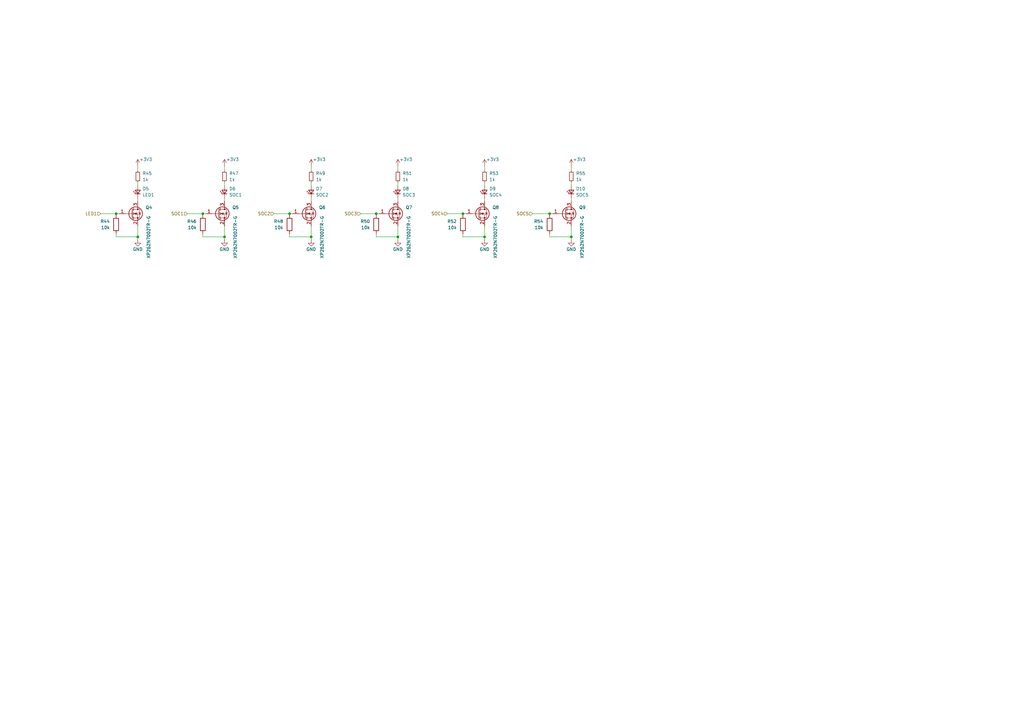
<source format=kicad_sch>
(kicad_sch (version 20231120) (generator "eeschema") (generator_version "8.0")
  (paper "A3")
  (title_block (date "2025-03-08") (rev "1.1.0"))
  (lib_symbols
    (symbol "Device:LED_Small" (pin_numbers hide) (pin_names (offset 0.254) hide)
      (property "Reference" "D" (at -1.27 3.175 0))
      (property "Value" "LED_Small" (at -4.445 -2.54 0))
      (symbol "LED_Small_0_1"
        (polyline (pts (xy -0.762 -1.016) (xy -0.762 1.016)) (stroke (width 0.254)))
        (polyline (pts (xy 1.016 0) (xy -0.762 0)))
        (polyline (pts (xy 0.762 -1.016) (xy -0.762 0) (xy 0.762 1.016) (xy 0.762 -1.016)) (stroke (width 0.254)))
        (polyline (pts (xy 0 0.762) (xy -0.508 1.27) (xy -0.254 1.27) (xy -0.508 1.27) (xy -0.508 1.016)))
        (polyline (pts (xy 0.508 1.27) (xy 0 1.778) (xy 0.254 1.778) (xy 0 1.778) (xy 0 1.524)))
      )
      (symbol "LED_Small_1_1"
        (pin passive line (at -2.54 0 0) (length 1.778) (name "K") (number "1"))
        (pin passive line (at 2.54 0 180) (length 1.778) (name "A") (number "2"))
      )
    )
    (symbol "Device:Q_NMOS_GSD" (pin_names (offset 0) hide)
      (property "Reference" "Q" (at 5.08 1.27 0))
      (property "Value" "Q_NMOS_GSD" (at 5.08 -1.27 0))
      (symbol "Q_NMOS_GSD_0_1"
        (polyline (pts (xy 0.254 0) (xy -2.54 0)))
        (polyline (pts (xy 0.254 1.905) (xy 0.254 -1.905)) (stroke (width 0.254)))
        (polyline (pts (xy 0.762 -1.27) (xy 0.762 -2.286)) (stroke (width 0.254)))
        (polyline (pts (xy 0.762 0.508) (xy 0.762 -0.508)) (stroke (width 0.254)))
        (polyline (pts (xy 0.762 2.286) (xy 0.762 1.27)) (stroke (width 0.254)))
        (polyline (pts (xy 2.54 2.54) (xy 2.54 1.778)))
        (polyline (pts (xy 2.54 -2.54) (xy 2.54 0) (xy 0.762 0)))
        (polyline (pts (xy 0.762 -1.778) (xy 3.302 -1.778) (xy 3.302 1.778) (xy 0.762 1.778)))
        (polyline (pts (xy 1.016 0) (xy 2.032 0.381) (xy 2.032 -0.381) (xy 1.016 0)) (fill (type outline)))
        (polyline (pts (xy 2.794 0.508) (xy 2.921 0.381) (xy 3.683 0.381) (xy 3.81 0.254)))
        (polyline (pts (xy 3.302 0.381) (xy 2.921 -0.254) (xy 3.683 -0.254) (xy 3.302 0.381)))
        (circle (center 1.651 0) (radius 2.794) (stroke (width 0.254)))
        (circle (center 2.54 -1.778) (radius 0.254) (fill (type outline)))
        (circle (center 2.54 1.778) (radius 0.254) (fill (type outline)))
      )
      (symbol "Q_NMOS_GSD_1_1"
        (pin input line (at -5.08 0 0) (length 2.54) (name "G") (number "1"))
        (pin passive line (at 2.54 -5.08 90) (length 2.54) (name "S") (number "2"))
        (pin passive line (at 2.54 5.08 270) (length 2.54) (name "D") (number "3"))
      )
    )
    (symbol "Device:R" (pin_numbers hide) (pin_names (offset 0))
      (property "Reference" "R" (at 2.032 0 90))
      (property "Value" "R" (at 0 0 90))
      (symbol "R_0_1"
        (rectangle (start -1.016 -2.54) (end 1.016 2.54) (stroke (width 0.254)))
      )
      (symbol "R_1_1"
        (pin passive line (at 0 3.81 270) (length 1.27) (name "~") (number "1"))
        (pin passive line (at 0 -3.81 90) (length 1.27) (name "~") (number "2"))
      )
    )
    (symbol "Device:R_Small" (pin_numbers hide) (pin_names (offset 0.254) hide)
      (property "Reference" "R" (at 0.762 0.508 0))
      (property "Value" "R_Small" (at 0.762 -1.016 0))
      (symbol "R_Small_0_1"
        (rectangle (start -0.762 1.778) (end 0.762 -1.778) (stroke (width 0.2032)))
      )
      (symbol "R_Small_1_1"
        (pin passive line (at 0 2.54 270) (length 0.762) (name "~") (number "1"))
        (pin passive line (at 0 -2.54 90) (length 0.762) (name "~") (number "2"))
      )
    )
    (symbol "power:+3.3V" (power) (pin_numbers hide) (pin_names (offset 0) hide)
      (property "Value" "+3.3V" (at 0 3.556 0))
      (symbol "+3.3V_0_1"
        (polyline (pts (xy -0.762 1.27) (xy 0 2.54)))
        (polyline (pts (xy 0 0) (xy 0 2.54)))
        (polyline (pts (xy 0 2.54) (xy 0.762 1.27)))
      )
      (symbol "+3.3V_1_1"
        (pin power_in line (at 0 0 90) (length 0) (name "~") (number "1"))
      )
    )
    (symbol "power:GND" (power) (pin_numbers hide) (pin_names (offset 0) hide)
      (property "Value" "GND" (at 0 -3.81 0))
      (symbol "GND_0_1"
        (polyline (pts (xy 0 0) (xy 0 -1.27) (xy 1.27 -1.27) (xy 0 -2.54) (xy -1.27 -1.27) (xy 0 -1.27)))
      )
      (symbol "GND_1_1"
        (pin power_in line (at 0 0 270) (length 0) (name "~") (number "1"))
      )
    )
  )
  (junction (at 92.075 97.155))
  (junction (at 56.515 97.155))
  (junction (at 118.745 87.63))
  (junction (at 189.865 87.63))
  (junction (at 127.635 97.155))
  (junction (at 154.305 87.63))
  (junction (at 234.315 97.155))
  (junction (at 47.625 87.63))
  (junction (at 198.755 97.155))
  (junction (at 83.185 87.63))
  (junction (at 163.195 97.155))
  (junction (at 225.425 87.63))
  (wire (pts (xy 47.625 95.885) (xy 47.625 97.155)))
  (wire (pts (xy 163.195 92.71) (xy 163.195 97.155)))
  (wire (pts (xy 127.635 74.93) (xy 127.635 76.2)))
  (wire (pts (xy 183.515 87.63) (xy 189.865 87.63)))
  (wire (pts (xy 225.425 87.63) (xy 226.695 87.63)))
  (wire (pts (xy 47.625 88.265) (xy 47.625 87.63)))
  (wire (pts (xy 118.745 97.155) (xy 127.635 97.155)))
  (wire (pts (xy 127.635 92.71) (xy 127.635 97.155)))
  (wire (pts (xy 92.075 97.155) (xy 92.075 98.425)))
  (wire (pts (xy 47.625 97.155) (xy 56.515 97.155)))
  (wire (pts (xy 41.275 87.63) (xy 47.625 87.63)))
  (wire (pts (xy 163.195 67.945) (xy 163.195 69.85)))
  (wire (pts (xy 127.635 97.155) (xy 127.635 98.425)))
  (wire (pts (xy 83.185 97.155) (xy 92.075 97.155)))
  (wire (pts (xy 189.865 88.265) (xy 189.865 87.63)))
  (wire (pts (xy 198.755 81.28) (xy 198.755 82.55)))
  (wire (pts (xy 189.865 97.155) (xy 198.755 97.155)))
  (wire (pts (xy 147.955 87.63) (xy 154.305 87.63)))
  (wire (pts (xy 76.835 87.63) (xy 83.185 87.63)))
  (wire (pts (xy 118.745 88.265) (xy 118.745 87.63)))
  (wire (pts (xy 92.075 92.71) (xy 92.075 97.155)))
  (wire (pts (xy 127.635 67.945) (xy 127.635 69.85)))
  (wire (pts (xy 83.185 95.885) (xy 83.185 97.155)))
  (wire (pts (xy 56.515 92.71) (xy 56.515 97.155)))
  (wire (pts (xy 127.635 81.28) (xy 127.635 82.55)))
  (wire (pts (xy 154.305 97.155) (xy 163.195 97.155)))
  (wire (pts (xy 56.515 97.155) (xy 56.515 98.425)))
  (wire (pts (xy 163.195 97.155) (xy 163.195 98.425)))
  (wire (pts (xy 189.865 95.885) (xy 189.865 97.155)))
  (wire (pts (xy 83.185 88.265) (xy 83.185 87.63)))
  (wire (pts (xy 234.315 81.28) (xy 234.315 82.55)))
  (wire (pts (xy 56.515 67.945) (xy 56.515 69.85)))
  (wire (pts (xy 83.185 87.63) (xy 84.455 87.63)))
  (wire (pts (xy 92.075 81.28) (xy 92.075 82.55)))
  (wire (pts (xy 154.305 95.885) (xy 154.305 97.155)))
  (wire (pts (xy 198.755 74.93) (xy 198.755 76.2)))
  (wire (pts (xy 56.515 74.93) (xy 56.515 76.2)))
  (wire (pts (xy 234.315 97.155) (xy 234.315 98.425)))
  (wire (pts (xy 218.44 87.63) (xy 225.425 87.63)))
  (wire (pts (xy 118.745 87.63) (xy 120.015 87.63)))
  (wire (pts (xy 92.075 74.93) (xy 92.075 76.2)))
  (wire (pts (xy 198.755 67.945) (xy 198.755 69.85)))
  (wire (pts (xy 47.625 87.63) (xy 48.895 87.63)))
  (wire (pts (xy 56.515 81.28) (xy 56.515 82.55)))
  (wire (pts (xy 163.195 74.93) (xy 163.195 76.2)))
  (wire (pts (xy 225.425 97.155) (xy 234.315 97.155)))
  (wire (pts (xy 234.315 67.945) (xy 234.315 69.85)))
  (wire (pts (xy 92.075 67.945) (xy 92.075 69.85)))
  (wire (pts (xy 189.865 87.63) (xy 191.135 87.63)))
  (wire (pts (xy 198.755 92.71) (xy 198.755 97.155)))
  (wire (pts (xy 154.305 88.265) (xy 154.305 87.63)))
  (wire (pts (xy 225.425 95.885) (xy 225.425 97.155)))
  (wire (pts (xy 225.425 88.265) (xy 225.425 87.63)))
  (wire (pts (xy 118.745 95.885) (xy 118.745 97.155)))
  (wire (pts (xy 234.315 74.93) (xy 234.315 76.2)))
  (wire (pts (xy 154.305 87.63) (xy 155.575 87.63)))
  (wire (pts (xy 198.755 97.155) (xy 198.755 98.425)))
  (wire (pts (xy 234.315 92.71) (xy 234.315 97.155)))
  (wire (pts (xy 163.195 81.28) (xy 163.195 82.55)))
  (wire (pts (xy 112.395 87.63) (xy 118.745 87.63)))
  (hierarchical_label "SOC2" (shape input) (at 112.395 87.63 180))
  (hierarchical_label "SOC5" (shape input) (at 218.44 87.63 180))
  (hierarchical_label "SOC1" (shape input) (at 76.835 87.63 180))
  (hierarchical_label "SOC3" (shape input) (at 147.955 87.63 180))
  (hierarchical_label "SOC4" (shape input) (at 183.515 87.63 180))
  (hierarchical_label "LED1" (shape input) (at 41.275 87.63 180))
  (symbol (lib_id "Device:R") (at 118.745 92.075 0) (mirror y) (unit 1)
    (property "Reference" "R48" (at 116.205 90.805 0) (effects (justify left)))
    (property "Value" "10k" (at 116.205 93.345 0) (effects (justify left)))
    (property "Footprint" "Resistor_SMD:R_0603_1608Metric" (effects (hide yes)))
    (property "Description" "Resistor" (effects (hide yes)))
  )
  (symbol (lib_id "Device:Q_NMOS_GSD") (at 53.975 87.63 0) (unit 1)
    (property "Reference" "Q4" (at 59.69 85.09 0) (effects (justify left)))
    (property "Value" "XP262N7002TR-G" (at 60.96 106.045 90) (effects (justify left)))
    (property "Footprint" "Package_TO_SOT_SMD:SOT-23" (effects (hide yes)))
    (property "Description" "N-MOSFET transistor, gate/source/drain" (effects (hide yes)))
    (property "Order Code" "865-XP262N7002TR-G" (effects (hide yes)))
    (property "Supplier" "Mouser" (effects (hide yes)))
  )
  (symbol (lib_id "power:+3.3V") (at 92.075 67.945 0) (unit 1)
    (property "Reference" "#PWR043" (effects (hide yes)))
    (property "Value" "+3V3" (at 92.71 65.405 0) (effects (justify left)))
    (property "Description" "Power symbol creates a global label with name \"+3.3V\"" (effects (hide yes)))
  )
  (symbol (lib_id "Device:R_Small") (at 92.075 72.39 0) (unit 1)
    (property "Reference" "R47" (at 93.98 71.1199 0) (effects (justify left)))
    (property "Value" "1k" (at 93.98 73.6599 0) (effects (justify left)))
    (property "Footprint" "Resistor_SMD:R_0603_1608Metric" (effects (hide yes)))
    (property "Description" "Resistor, small symbol" (effects (hide yes)))
  )
  (symbol (lib_id "Device:LED_Small") (at 163.195 78.74 90) (unit 1)
    (property "Reference" "D8" (at 165.1 77.4065 90) (effects (justify right)))
    (property "Value" "SOC3" (at 165.1 79.9465 90) (effects (justify right)))
    (property "Footprint" "LED_SMD:LED_0805_2012Metric_Pad1.15x1.40mm_HandSolder" (effects (hide yes)))
    (property "Description" "Light emitting diode, small symbol" (effects (hide yes)))
  )
  (symbol (lib_id "power:+3.3V") (at 234.315 67.945 0) (unit 1)
    (property "Reference" "#PWR051" (effects (hide yes)))
    (property "Value" "+3V3" (at 234.95 65.405 0) (effects (justify left)))
    (property "Description" "Power symbol creates a global label with name \"+3.3V\"" (effects (hide yes)))
  )
  (symbol (lib_id "Device:R") (at 225.425 92.075 0) (mirror y) (unit 1)
    (property "Reference" "R54" (at 222.885 90.805 0) (effects (justify left)))
    (property "Value" "10k" (at 222.885 93.345 0) (effects (justify left)))
    (property "Footprint" "Resistor_SMD:R_0603_1608Metric" (effects (hide yes)))
    (property "Description" "Resistor" (effects (hide yes)))
  )
  (symbol (lib_id "power:GND") (at 92.075 98.425 0) (unit 1)
    (property "Reference" "#PWR044" (effects (hide yes)))
    (property "Value" "GND" (at 92.075 102.235 0))
    (property "Description" "Power symbol creates a global label with name \"GND\" , ground" (effects (hide yes)))
  )
  (symbol (lib_id "Device:Q_NMOS_GSD") (at 125.095 87.63 0) (unit 1)
    (property "Reference" "Q6" (at 130.81 85.09 0) (effects (justify left)))
    (property "Value" "XP262N7002TR-G" (at 132.08 106.045 90) (effects (justify left)))
    (property "Footprint" "Package_TO_SOT_SMD:SOT-23" (effects (hide yes)))
    (property "Description" "N-MOSFET transistor, gate/source/drain" (effects (hide yes)))
    (property "Order Code" "865-XP262N7002TR-G" (effects (hide yes)))
    (property "Supplier" "Mouser" (effects (hide yes)))
  )
  (symbol (lib_id "power:+3.3V") (at 163.195 67.945 0) (unit 1)
    (property "Reference" "#PWR047" (effects (hide yes)))
    (property "Value" "+3V3" (at 163.83 65.405 0) (effects (justify left)))
    (property "Description" "Power symbol creates a global label with name \"+3.3V\"" (effects (hide yes)))
  )
  (symbol (lib_id "Device:Q_NMOS_GSD") (at 89.535 87.63 0) (unit 1)
    (property "Reference" "Q5" (at 95.25 85.09 0) (effects (justify left)))
    (property "Value" "XP262N7002TR-G" (at 96.52 106.045 90) (effects (justify left)))
    (property "Footprint" "Package_TO_SOT_SMD:SOT-23" (effects (hide yes)))
    (property "Description" "N-MOSFET transistor, gate/source/drain" (effects (hide yes)))
    (property "Order Code" "865-XP262N7002TR-G" (effects (hide yes)))
    (property "Supplier" "Mouser" (effects (hide yes)))
  )
  (symbol (lib_id "Device:R_Small") (at 234.315 72.39 0) (unit 1)
    (property "Reference" "R55" (at 236.22 71.1199 0) (effects (justify left)))
    (property "Value" "1k" (at 236.22 73.6599 0) (effects (justify left)))
    (property "Footprint" "Resistor_SMD:R_0603_1608Metric" (effects (hide yes)))
    (property "Description" "Resistor, small symbol" (effects (hide yes)))
  )
  (symbol (lib_id "Device:R") (at 154.305 92.075 0) (mirror y) (unit 1)
    (property "Reference" "R50" (at 151.765 90.805 0) (effects (justify left)))
    (property "Value" "10k" (at 151.765 93.345 0) (effects (justify left)))
    (property "Footprint" "Resistor_SMD:R_0603_1608Metric" (effects (hide yes)))
    (property "Description" "Resistor" (effects (hide yes)))
  )
  (symbol (lib_id "Device:R_Small") (at 127.635 72.39 0) (unit 1)
    (property "Reference" "R49" (at 129.54 71.1199 0) (effects (justify left)))
    (property "Value" "1k" (at 129.54 73.6599 0) (effects (justify left)))
    (property "Footprint" "Resistor_SMD:R_0603_1608Metric" (effects (hide yes)))
    (property "Description" "Resistor, small symbol" (effects (hide yes)))
  )
  (symbol (lib_id "Device:LED_Small") (at 92.075 78.74 90) (unit 1)
    (property "Reference" "D6" (at 93.98 77.4065 90) (effects (justify right)))
    (property "Value" "SOC1" (at 93.98 79.9465 90) (effects (justify right)))
    (property "Footprint" "LED_SMD:LED_0805_2012Metric_Pad1.15x1.40mm_HandSolder" (effects (hide yes)))
    (property "Description" "Light emitting diode, small symbol" (effects (hide yes)))
  )
  (symbol (lib_id "power:GND") (at 127.635 98.425 0) (unit 1)
    (property "Reference" "#PWR046" (effects (hide yes)))
    (property "Value" "GND" (at 127.635 102.235 0))
    (property "Description" "Power symbol creates a global label with name \"GND\" , ground" (effects (hide yes)))
  )
  (symbol (lib_id "power:GND") (at 198.755 98.425 0) (unit 1)
    (property "Reference" "#PWR050" (effects (hide yes)))
    (property "Value" "GND" (at 198.755 102.235 0))
    (property "Description" "Power symbol creates a global label with name \"GND\" , ground" (effects (hide yes)))
  )
  (symbol (lib_id "power:+3.3V") (at 56.515 67.945 0) (unit 1)
    (property "Reference" "#PWR041" (effects (hide yes)))
    (property "Value" "+3V3" (at 57.15 65.405 0) (effects (justify left)))
    (property "Description" "Power symbol creates a global label with name \"+3.3V\"" (effects (hide yes)))
  )
  (symbol (lib_id "power:GND") (at 234.315 98.425 0) (unit 1)
    (property "Reference" "#PWR052" (effects (hide yes)))
    (property "Value" "GND" (at 234.315 102.235 0))
    (property "Description" "Power symbol creates a global label with name \"GND\" , ground" (effects (hide yes)))
  )
  (symbol (lib_id "power:+3.3V") (at 127.635 67.945 0) (unit 1)
    (property "Reference" "#PWR045" (effects (hide yes)))
    (property "Value" "+3V3" (at 128.27 65.405 0) (effects (justify left)))
    (property "Description" "Power symbol creates a global label with name \"+3.3V\"" (effects (hide yes)))
  )
  (symbol (lib_id "Device:LED_Small") (at 56.515 78.74 90) (unit 1)
    (property "Reference" "D5" (at 58.42 77.4065 90) (effects (justify right)))
    (property "Value" "LED1" (at 58.42 79.9465 90) (effects (justify right)))
    (property "Footprint" "LED_SMD:LED_0805_2012Metric_Pad1.15x1.40mm_HandSolder" (effects (hide yes)))
    (property "Description" "Light emitting diode, small symbol" (effects (hide yes)))
  )
  (symbol (lib_id "Device:R_Small") (at 56.515 72.39 0) (unit 1)
    (property "Reference" "R45" (at 58.42 71.1199 0) (effects (justify left)))
    (property "Value" "1k" (at 58.42 73.6599 0) (effects (justify left)))
    (property "Footprint" "Resistor_SMD:R_0603_1608Metric" (effects (hide yes)))
    (property "Description" "Resistor, small symbol" (effects (hide yes)))
  )
  (symbol (lib_id "power:+3.3V") (at 198.755 67.945 0) (unit 1)
    (property "Reference" "#PWR049" (effects (hide yes)))
    (property "Value" "+3V3" (at 199.39 65.405 0) (effects (justify left)))
    (property "Description" "Power symbol creates a global label with name \"+3.3V\"" (effects (hide yes)))
  )
  (symbol (lib_id "power:GND") (at 163.195 98.425 0) (unit 1)
    (property "Reference" "#PWR048" (effects (hide yes)))
    (property "Value" "GND" (at 163.195 102.235 0))
    (property "Description" "Power symbol creates a global label with name \"GND\" , ground" (effects (hide yes)))
  )
  (symbol (lib_id "Device:R") (at 83.185 92.075 0) (mirror y) (unit 1)
    (property "Reference" "R46" (at 80.645 90.805 0) (effects (justify left)))
    (property "Value" "10k" (at 80.645 93.345 0) (effects (justify left)))
    (property "Footprint" "Resistor_SMD:R_0603_1608Metric" (effects (hide yes)))
    (property "Description" "Resistor" (effects (hide yes)))
  )
  (symbol (lib_id "Device:LED_Small") (at 127.635 78.74 90) (unit 1)
    (property "Reference" "D7" (at 129.54 77.4065 90) (effects (justify right)))
    (property "Value" "SOC2" (at 129.54 79.9465 90) (effects (justify right)))
    (property "Footprint" "LED_SMD:LED_0805_2012Metric_Pad1.15x1.40mm_HandSolder" (effects (hide yes)))
    (property "Description" "Light emitting diode, small symbol" (effects (hide yes)))
  )
  (symbol (lib_id "power:GND") (at 56.515 98.425 0) (unit 1)
    (property "Reference" "#PWR042" (effects (hide yes)))
    (property "Value" "GND" (at 56.515 102.235 0))
    (property "Description" "Power symbol creates a global label with name \"GND\" , ground" (effects (hide yes)))
  )
  (symbol (lib_id "Device:R_Small") (at 198.755 72.39 0) (unit 1)
    (property "Reference" "R53" (at 200.66 71.1199 0) (effects (justify left)))
    (property "Value" "1k" (at 200.66 73.6599 0) (effects (justify left)))
    (property "Footprint" "Resistor_SMD:R_0603_1608Metric" (effects (hide yes)))
    (property "Description" "Resistor, small symbol" (effects (hide yes)))
  )
  (symbol (lib_id "Device:R") (at 189.865 92.075 0) (mirror y) (unit 1)
    (property "Reference" "R52" (at 187.325 90.805 0) (effects (justify left)))
    (property "Value" "10k" (at 187.325 93.345 0) (effects (justify left)))
    (property "Footprint" "Resistor_SMD:R_0603_1608Metric" (effects (hide yes)))
    (property "Description" "Resistor" (effects (hide yes)))
  )
  (symbol (lib_id "Device:R") (at 47.625 92.075 0) (mirror y) (unit 1)
    (property "Reference" "R44" (at 45.085 90.805 0) (effects (justify left)))
    (property "Value" "10k" (at 45.085 93.345 0) (effects (justify left)))
    (property "Footprint" "Resistor_SMD:R_0603_1608Metric" (effects (hide yes)))
    (property "Description" "Resistor" (effects (hide yes)))
  )
  (symbol (lib_id "Device:Q_NMOS_GSD") (at 160.655 87.63 0) (unit 1)
    (property "Reference" "Q7" (at 166.37 85.09 0) (effects (justify left)))
    (property "Value" "XP262N7002TR-G" (at 167.64 106.045 90) (effects (justify left)))
    (property "Footprint" "Package_TO_SOT_SMD:SOT-23" (effects (hide yes)))
    (property "Description" "N-MOSFET transistor, gate/source/drain" (effects (hide yes)))
    (property "Order Code" "865-XP262N7002TR-G" (effects (hide yes)))
    (property "Supplier" "Mouser" (effects (hide yes)))
  )
  (symbol (lib_id "Device:Q_NMOS_GSD") (at 231.775 87.63 0) (unit 1)
    (property "Reference" "Q9" (at 237.49 85.09 0) (effects (justify left)))
    (property "Value" "XP262N7002TR-G" (at 238.76 106.045 90) (effects (justify left)))
    (property "Footprint" "Package_TO_SOT_SMD:SOT-23" (effects (hide yes)))
    (property "Description" "N-MOSFET transistor, gate/source/drain" (effects (hide yes)))
    (property "Order Code" "865-XP262N7002TR-G" (effects (hide yes)))
    (property "Supplier" "Mouser" (effects (hide yes)))
  )
  (symbol (lib_id "Device:Q_NMOS_GSD") (at 196.215 87.63 0) (unit 1)
    (property "Reference" "Q8" (at 201.93 85.09 0) (effects (justify left)))
    (property "Value" "XP262N7002TR-G" (at 203.2 106.045 90) (effects (justify left)))
    (property "Footprint" "Package_TO_SOT_SMD:SOT-23" (effects (hide yes)))
    (property "Description" "N-MOSFET transistor, gate/source/drain" (effects (hide yes)))
    (property "Order Code" "865-XP262N7002TR-G" (effects (hide yes)))
    (property "Supplier" "Mouser" (effects (hide yes)))
  )
  (symbol (lib_id "Device:LED_Small") (at 234.315 78.74 90) (unit 1)
    (property "Reference" "D10" (at 236.22 77.4065 90) (effects (justify right)))
    (property "Value" "SOC5" (at 236.22 79.9465 90) (effects (justify right)))
    (property "Footprint" "LED_SMD:LED_0805_2012Metric_Pad1.15x1.40mm_HandSolder" (effects (hide yes)))
    (property "Description" "Light emitting diode, small symbol" (effects (hide yes)))
  )
  (symbol (lib_id "Device:LED_Small") (at 198.755 78.74 90) (unit 1)
    (property "Reference" "D9" (at 200.66 77.4065 90) (effects (justify right)))
    (property "Value" "SOC4" (at 200.66 79.9465 90) (effects (justify right)))
    (property "Footprint" "LED_SMD:LED_0805_2012Metric_Pad1.15x1.40mm_HandSolder" (effects (hide yes)))
    (property "Description" "Light emitting diode, small symbol" (effects (hide yes)))
  )
  (symbol (lib_id "Device:R_Small") (at 163.195 72.39 0) (unit 1)
    (property "Reference" "R51" (at 165.1 71.1199 0) (effects (justify left)))
    (property "Value" "1k" (at 165.1 73.6599 0) (effects (justify left)))
    (property "Footprint" "Resistor_SMD:R_0603_1608Metric" (effects (hide yes)))
    (property "Description" "Resistor, small symbol" (effects (hide yes)))
  )
)
</source>
